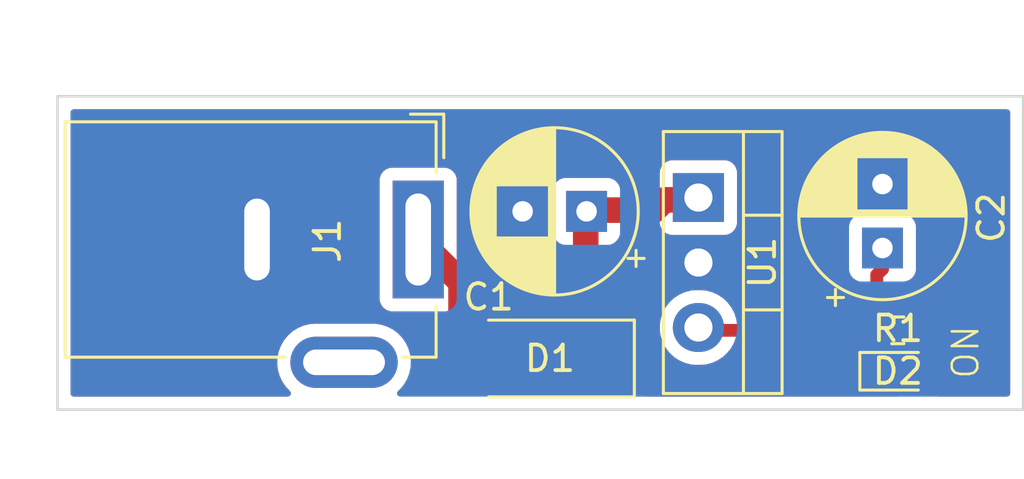
<source format=kicad_pcb>
(kicad_pcb (version 20211014) (generator pcbnew)
  (layers (0 "F.Cu" signal) (31 "B.Cu" signal) (34 "B.Paste" user) (35 "F.Paste" user) (36 "B.SilkS" user "B.Silkscreen") (37 "F.SilkS" user "F.Silkscreen") (38 "B.Mask" user) (39 "F.Mask" user) (44 "Edge.Cuts" user))
  (net 0 "")
  (net 1 "Net-(C1-Pad1)")
  (net 2 "GND")
  (net 3 "+5V")
  (net 4 "Net-(D1-Pad2)")
  (net 5 "Net-(D2-Pad2)")
  (footprint "Capacitor_THT:CP_Radial_D6.3mm_P2.50mm" (layer "F.Cu") (at 53 29.182379 90)
    (fp_text reference "C2" (at 1.182379 4.25 90) (layer "F.SilkS"))
    (fp_text value "100nF")
    (fp_line (start 1.61 1.04) (end 1.61 3.211) (layer "F.SilkS") (width 0.12))
    (fp_line (start 4.091 -1.581) (end 4.091 1.581) (layer "F.SilkS") (width 0.12))
    (fp_line (start 3.331 1.04) (end 3.331 2.484) (layer "F.SilkS") (width 0.12))
    (fp_line (start 3.411 -2.416) (end 3.411 -1.04) (layer "F.SilkS") (width 0.12))
    (fp_line (start 4.371 -0.94) (end 4.371 0.94) (layer "F.SilkS") (width 0.12))
    (fp_line (start 1.89 -3.167) (end 1.89 -1.04) (layer "F.SilkS") (width 0.12))
    (fp_line (start 4.411 -0.802) (end 4.411 0.802) (layer "F.SilkS") (width 0.12))
    (fp_line (start 4.251 -1.262) (end 4.251 1.262) (layer "F.SilkS") (width 0.12))
    (fp_line (start 2.531 1.04) (end 2.531 2.97) (layer "F.SilkS") (width 0.12))
    (fp_line (start 2.651 -2.916) (end 2.651 -1.04) (layer "F.SilkS") (width 0.12))
    (fp_line (start 2.331 -3.047) (end 2.331 -1.04) (layer "F.SilkS") (width 0.12))
    (fp_line (start 2.371 1.04) (end 2.371 3.033) (layer "F.SilkS") (width 0.12))
    (fp_line (start 2.571 -2.952) (end 2.571 -1.04) (layer "F.SilkS") (width 0.12))
    (fp_line (start 2.051 1.04) (end 2.051 3.131) (layer "F.SilkS") (width 0.12))
    (fp_line (start 2.171 -3.098) (end 2.171 -1.04) (layer "F.SilkS") (width 0.12))
    (fp_line (start -2.250241 -1.839) (end -1.620241 -1.839) (layer "F.SilkS") (width 0.12))
    (fp_line (start 2.091 1.04) (end 2.091 3.121) (layer "F.SilkS") (width 0.12))
    (fp_line (start 3.291 -2.516) (end 3.291 -1.04) (layer "F.SilkS") (width 0.12))
    (fp_line (start 1.93 1.04) (end 1.93 3.159) (layer "F.SilkS") (width 0.12))
    (fp_line (start 3.691 -2.137) (end 3.691 2.137) (layer "F.SilkS") (width 0.12))
    (fp_line (start 2.771 -2.856) (end 2.771 -1.04) (layer "F.SilkS") (width 0.12))
    (fp_line (start 3.491 -2.343) (end 3.491 -1.04) (layer "F.SilkS") (width 0.12))
    (fp_line (start 3.971 -1.776) (end 3.971 1.776) (layer "F.SilkS") (width 0.12))
    (fp_line (start 1.65 -3.206) (end 1.65 -1.04) (layer "F.SilkS") (width 0.12))
    (fp_line (start 1.971 1.04) (end 1.971 3.15) (layer "F.SilkS") (width 0.12))
    (fp_line (start 2.291 1.04) (end 2.291 3.061) (layer "F.SilkS") (width 0.12))
    (fp_line (start 4.451 -0.633) (end 4.451 0.633) (layer "F.SilkS") (width 0.12))
    (fp_line (start 1.69 -3.201) (end 1.69 -1.04) (layer "F.SilkS") (width 0.12))
    (fp_line (start 2.331 1.04) (end 2.331 3.047) (layer "F.SilkS") (width 0.12))
    (fp_line (start 1.37 -3.228) (end 1.37 3.228) (layer "F.SilkS") (width 0.12))
    (fp_line (start 4.491 -0.402) (end 4.491 0.402) (layer "F.SilkS") (width 0.12))
    (fp_line (start 1.69 1.04) (end 1.69 3.201) (layer "F.SilkS") (width 0.12))
    (fp_line (start 1.85 1.04) (end 1.85 3.175) (layer "F.SilkS") (width 0.12))
    (fp_line (start 2.531 -2.97) (end 2.531 -1.04) (layer "F.SilkS") (width 0.12))
    (fp_line (start 2.691 1.04) (end 2.691 2.896) (layer "F.SilkS") (width 0.12))
    (fp_line (start 3.051 1.04) (end 3.051 2.69) (layer "F.SilkS") (width 0.12))
    (fp_line (start 2.891 -2.79) (end 2.891 -1.04) (layer "F.SilkS") (width 0.12))
    (fp_line (start 2.891 1.04) (end 2.891 2.79) (layer "F.SilkS") (width 0.12))
    (fp_line (start 2.451 -3.002) (end 2.451 -1.04) (layer "F.SilkS") (width 0.12))
    (fp_line (start 1.77 1.04) (end 1.77 3.189) (layer "F.SilkS") (width 0.12))
    (fp_line (start 1.53 -3.218) (end 1.53 -1.04) (layer "F.SilkS") (width 0.12))
    (fp_line (start 1.49 -3.222) (end 1.49 -1.04) (layer "F.SilkS") (width 0.12))
    (fp_line (start 3.291 1.04) (end 3.291 2.516) (layer "F.SilkS") (width 0.12))
    (fp_line (start 2.611 -2.934) (end 2.611 -1.04) (layer "F.SilkS") (width 0.12))
    (fp_line (start 2.291 -3.061) (end 2.291 -1.04) (layer "F.SilkS") (width 0.12))
    (fp_line (start 3.651 -2.182) (end 3.651 2.182) (layer "F.SilkS") (width 0.12))
    (fp_line (start 2.651 1.04) (end 2.651 2.916) (layer "F.SilkS") (width 0.12))
    (fp_line (start 1.93 -3.159) (end 1.93 -1.04) (layer "F.SilkS") (width 0.12))
    (fp_line (start 1.77 -3.189) (end 1.77 -1.04) (layer "F.SilkS") (width 0.12))
    (fp_line (start 1.41 -3.227) (end 1.41 3.227) (layer "F.SilkS") (width 0.12))
    (fp_line (start 3.051 -2.69) (end 3.051 -1.04) (layer "F.SilkS") (width 0.12))
    (fp_line (start 2.211 1.04) (end 2.211 3.086) (layer "F.SilkS") (width 0.12))
    (fp_line (start -1.935241 -2.154) (end -1.935241 -1.524) (layer "F.SilkS") (width 0.12))
    (fp_line (start 4.171 -1.432) (end 4.171 1.432) (layer "F.SilkS") (width 0.12))
    (fp_line (start 3.011 1.04) (end 3.011 2.716) (layer "F.SilkS") (width 0.12))
    (fp_line (start 2.411 -3.018) (end 2.411 -1.04) (layer "F.SilkS") (width 0.12))
    (fp_line (start 2.051 -3.131) (end 2.051 -1.04) (layer "F.SilkS") (width 0.12))
    (fp_line (start 3.931 -1.834) (end 3.931 1.834) (layer "F.SilkS") (width 0.12))
    (fp_line (start 1.85 -3.175) (end 1.85 -1.04) (layer "F.SilkS") (width 0.12))
    (fp_line (start 3.531 -2.305) (end 3.531 -1.04) (layer "F.SilkS") (width 0.12))
    (fp_line (start 3.091 -2.664) (end 3.091 -1.04) (layer "F.SilkS") (width 0.12))
    (fp_line (start 2.011 1.04) (end 2.011 3.141) (layer "F.SilkS") (width 0.12))
    (fp_line (start 3.371 1.04) (end 3.371 2.45) (layer "F.SilkS") (width 0.12))
    (fp_line (start 1.33 -3.23) (end 1.33 3.23) (layer "F.SilkS") (width 0.12))
    (fp_line (start 2.091 -3.121) (end 2.091 -1.04) (layer "F.SilkS") (width 0.12))
    (fp_line (start 2.971 -2.742) (end 2.971 -1.04) (layer "F.SilkS") (width 0.12))
    (fp_line (start 1.81 1.04) (end 1.81 3.182) (layer "F.SilkS") (width 0.12))
    (fp_line (start 3.731 -2.092) (end 3.731 2.092) (layer "F.SilkS") (width 0.12))
    (fp_line (start 3.411 1.04) (end 3.411 2.416) (layer "F.SilkS") (width 0.12))
    (fp_line (start 4.131 -1.509) (end 4.131 1.509) (layer "F.SilkS") (width 0.12))
    (fp_line (start 2.131 1.04) (end 2.131 3.11) (layer "F.SilkS") (width 0.12))
    (fp_line (start 2.811 1.04) (end 2.811 2.834) (layer "F.SilkS") (width 0.12))
    (fp_line (start 2.931 -2.766) (end 2.931 -1.04) (layer "F.SilkS") (width 0.12))
    (fp_line (start 2.971 1.04) (end 2.971 2.742) (layer "F.SilkS") (width 0.12))
    (fp_line (start 2.811 -2.834) (end 2.811 -1.04) (layer "F.SilkS") (width 0.12))
    (fp_line (start 2.451 1.04) (end 2.451 3.002) (layer "F.SilkS") (width 0.12))
    (fp_line (start 1.61 -3.211) (end 1.61 -1.04) (layer "F.SilkS") (width 0.12))
    (fp_line (start 2.251 -3.074) (end 2.251 -1.04) (layer "F.SilkS") (width 0.12))
    (fp_line (start 4.211 -1.35) (end 4.211 1.35) (layer "F.SilkS") (width 0.12))
    (fp_line (start 2.491 -2.986) (end 2.491 -1.04) (layer "F.SilkS") (width 0.12))
    (fp_line (start 3.851 -1.944) (end 3.851 1.944) (layer "F.SilkS") (width 0.12))
    (fp_line (start 2.731 1.04) (end 2.731 2.876) (layer "F.SilkS") (width 0.12))
    (fp_line (start 2.251 1.04) (end 2.251 3.074) (layer "F.SilkS") (width 0.12))
    (fp_line (start 2.691 -2.896) (end 2.691 -1.04) (layer "F.SilkS") (width 0.12))
    (fp_line (start 3.131 -2.636) (end 3.131 -1.04) (layer "F.SilkS") (width 0.12))
    (fp_line (start 2.771 1.04) (end 2.771 2.856) (layer "F.SilkS") (width 0.12))
    (fp_line (start 2.011 -3.141) (end 2.011 -1.04) (layer "F.SilkS") (width 0.12))
    (fp_line (start 1.971 -3.15) (end 1.971 -1.04) (layer "F.SilkS") (width 0.12))
    (fp_line (start 3.251 1.04) (end 3.251 2.548) (layer "F.SilkS") (width 0.12))
    (fp_line (start 3.531 1.04) (end 3.531 2.305) (layer "F.SilkS") (width 0.12))
    (fp_line (start 3.371 -2.45) (end 3.371 -1.04) (layer "F.SilkS") (width 0.12))
    (fp_line (start 1.65 1.04) (end 1.65 3.206) (layer "F.SilkS") (width 0.12))
    (fp_line (start 2.411 1.04) (end 2.411 3.018) (layer "F.SilkS") (width 0.12))
    (fp_line (start 2.731 -2.876) (end 2.731 -1.04) (layer "F.SilkS") (width 0.12))
    (fp_line (start 4.011 -1.714) (end 4.011 1.714) (layer "F.SilkS") (width 0.12))
    (fp_line (start 2.211 -3.086) (end 2.211 -1.04) (layer "F.SilkS") (width 0.12))
    (fp_line (start 2.131 -3.11) (end 2.131 -1.04) (layer "F.SilkS") (width 0.12))
    (fp_line (start 3.771 -2.044) (end 3.771 2.044) (layer "F.SilkS") (width 0.12))
    (fp_line (start 1.25 -3.23) (end 1.25 3.23) (layer "F.SilkS") (width 0.12))
    (fp_line (start 4.331 -1.059) (end 4.331 1.059) (layer "F.SilkS") (width 0.12))
    (fp_line (start 4.051 -1.65) (end 4.051 1.65) (layer "F.SilkS") (width 0.12))
    (fp_line (start 3.011 -2.716) (end 3.011 -1.04) (layer "F.SilkS") (width 0.12))
    (fp_line (start 3.811 -1.995) (end 3.811 1.995) (layer "F.SilkS") (width 0.12))
    (fp_line (start 1.53 1.04) (end 1.53 3.218) (layer "F.SilkS") (width 0.12))
    (fp_line (start 3.331 -2.484) (end 3.331 -1.04) (layer "F.SilkS") (width 0.12))
    (fp_line (start 3.451 -2.38) (end 3.451 -1.04) (layer "F.SilkS") (width 0.12))
    (fp_line (start 1.73 -3.195) (end 1.73 -1.04) (layer "F.SilkS") (width 0.12))
    (fp_line (start 2.851 1.04) (end 2.851 2.812) (layer "F.SilkS") (width 0.12))
    (fp_line (start 3.611 -2.224) (end 3.611 2.224) (layer "F.SilkS") (width 0.12))
    (fp_line (start 3.171 -2.607) (end 3.171 -1.04) (layer "F.SilkS") (width 0.12))
    (fp_line (start 2.611 1.04) (end 2.611 2.934) (layer "F.SilkS") (width 0.12))
    (fp_line (start 3.131 1.04) (end 3.131 2.636) (layer "F.SilkS") (width 0.12))
    (fp_line (start 1.81 -3.182) (end 1.81 -1.04) (layer "F.SilkS") (width 0.12))
    (fp_line (start 3.571 -2.265) (end 3.571 2.265) (layer "F.SilkS") (width 0.12))
    (fp_line (start 1.49 1.04) (end 1.49 3.222) (layer "F.SilkS") (width 0.12))
    (fp_line (start 3.491 1.04) (end 3.491 2.343) (layer "F.SilkS") (width 0.12))
    (fp_line (start 2.571 1.04) (end 2.571 2.952) (layer "F.SilkS") (width 0.12))
    (fp_line (start 3.211 1.04) (end 3.211 2.578) (layer "F.SilkS") (width 0.12))
    (fp_line (start 1.73 1.04) (end 1.73 3.195) (layer "F.SilkS") (width 0.12))
    (fp_line (start 1.45 -3.224) (end 1.45 3.224) (layer "F.SilkS") (width 0.12))
    (fp_line (start 4.291 -1.165) (end 4.291 1.165) (layer "F.SilkS") (width 0.12))
    (fp_line (start 3.451 1.04) (end 3.451 2.38) (layer "F.SilkS") (width 0.12))
    (fp_line (start 1.29 -3.23) (end 1.29 3.23) (layer "F.SilkS") (width 0.12))
    (fp_line (start 1.57 1.04) (end 1.57 3.215) (layer "F.SilkS") (width 0.12))
    (fp_line (start 1.89 1.04) (end 1.89 3.167) (layer "F.SilkS") (width 0.12))
    (fp_line (start 2.491 1.04) (end 2.491 2.986) (layer "F.SilkS") (width 0.12))
    (fp_line (start 2.851 -2.812) (end 2.851 -1.04) (layer "F.SilkS") (width 0.12))
    (fp_line (start 2.931 1.04) (end 2.931 2.766) (layer "F.SilkS") (width 0.12))
    (fp_line (start 1.57 -3.215) (end 1.57 -1.04) (layer "F.SilkS") (width 0.12))
    (fp_line (start 2.171 1.04) (end 2.171 3.098) (layer "F.SilkS") (width 0.12))
    (fp_line (start 3.091 1.04) (end 3.091 2.664) (layer "F.SilkS") (width 0.12))
    (fp_line (start 3.891 -1.89) (end 3.891 1.89) (layer "F.SilkS") (width 0.12))
    (fp_line (start 2.371 -3.033) (end 2.371 -1.04) (layer "F.SilkS") (width 0.12))
    (fp_line (start 3.211 -2.578) (end 3.211 -1.04) (layer "F.SilkS") (width 0.12))
    (fp_line (start 3.171 1.04) (end 3.171 2.607) (layer "F.SilkS") (width 0.12))
    (fp_line (start 3.251 -2.548) (end 3.251 -1.04) (layer "F.SilkS") (width 0.12))
    (fp_circle (center 1.25 0) (end 4.52 0) (layer "F.SilkS") (width 0.12) (fill none))
    (pad "1" thru_hole rect (at 0 0 90) (size 1.6 1.6) (drill 0.8) (layers *.Cu *.Mask) (net 3 "+5V"))
    (pad "2" thru_hole circle (at 2.5 0 90) (size 1.6 1.6) (drill 0.8) (layers *.Cu *.Mask) (net 2 "GND"))
  )
  (footprint "Package_TO_SOT_THT:TO-220-3_Vertical" (layer "F.Cu") (at 45.805 27.21 -90)
    (fp_text reference "U1" (at 2.54 -2.5 90) (layer "F.SilkS"))
    (fp_text value "LM7805_TO220")
    (fp_line (start -2.58 1.371) (end 7.66 1.371) (layer "F.SilkS") (width 0.12))
    (fp_line (start 4.391 -3.27) (end 4.391 -1.76) (layer "F.SilkS") (width 0.12))
    (fp_line (start 7.66 -3.27) (end 7.66 1.371) (layer "F.SilkS") (width 0.12))
    (fp_line (start -2.58 -3.27) (end 7.66 -3.27) (layer "F.SilkS") (width 0.12))
    (fp_line (start -2.58 -1.76) (end 7.66 -1.76) (layer "F.SilkS") (width 0.12))
    (fp_line (start 0.69 -3.27) (end 0.69 -1.76) (layer "F.SilkS") (width 0.12))
    (fp_line (start -2.58 -3.27) (end -2.58 1.371) (layer "F.SilkS") (width 0.12))
    (pad "1" thru_hole rect (at 0 0 270) (size 1.905 2) (drill 1.1) (layers *.Cu *.Mask) (net 1 "Net-(C1-Pad1)"))
    (pad "2" thru_hole oval (at 2.54 0 270) (size 1.905 2) (drill 1.1) (layers *.Cu *.Mask) (net 2 "GND"))
    (pad "3" thru_hole oval (at 5.08 0 270) (size 1.905 2) (drill 1.1) (layers *.Cu *.Mask) (net 3 "+5V"))
  )
  (footprint "Resistor_SMD:R_0603_1608Metric" (layer "F.Cu") (at 53.6 32.4)
    (fp_text reference "R1" (at 0 -0.07) (layer "F.SilkS"))
    (fp_text value "R")
    (fp_line (start -0.237258 0.5225) (end 0.237258 0.5225) (layer "F.SilkS") (width 0.12))
    (fp_line (start -0.237258 -0.5225) (end 0.237258 -0.5225) (layer "F.SilkS") (width 0.12))
    (pad "1" smd roundrect (at -0.825 0) (size 0.8 0.95) (layers "F.Cu" "F.Paste" "F.Mask") (net 3 "+5V"))
    (pad "2" smd roundrect (at 0.825 0) (size 0.8 0.95) (layers "F.Cu" "F.Paste" "F.Mask") (net 5 "Net-(D2-Pad2)"))
  )
  (footprint "Diode_SMD:D_MELF" (layer "F.Cu") (at 40 33.5 180)
    (fp_text reference "D1" (at 0 0) (layer "F.SilkS"))
    (fp_text value "SM4001")
    (fp_line (start -3.3 -1.5) (end -3.3 1.5) (layer "F.SilkS") (width 0.12))
    (fp_line (start 2.4 -1.5) (end -3.3 -1.5) (layer "F.SilkS") (width 0.12))
    (fp_line (start -3.3 1.5) (end 2.4 1.5) (layer "F.SilkS") (width 0.12))
    (pad "1" smd rect (at -2.4 0 180) (size 1.5 2.7) (layers "F.Cu" "F.Paste" "F.Mask") (net 1 "Net-(C1-Pad1)"))
    (pad "2" smd rect (at 2.4 0 180) (size 1.5 2.7) (layers "F.Cu" "F.Paste" "F.Mask") (net 4 "Net-(D1-Pad2)"))
  )
  (footprint "LED_SMD:LED_0603_1608Metric" (layer "F.Cu") (at 53.6 34)
    (fp_text reference "D2" (at 0 0) (layer "F.SilkS"))
    (fp_text value "LED")
    (fp_line (start 0.8 -0.735) (end -1.485 -0.735) (layer "F.SilkS") (width 0.12))
    (fp_line (start -1.485 -0.735) (end -1.485 0.735) (layer "F.SilkS") (width 0.12))
    (fp_line (start -1.485 0.735) (end 0.8 0.735) (layer "F.SilkS") (width 0.12))
    (pad "1" smd roundrect (at -0.7875 0) (size 0.875 0.95) (layers "F.Cu" "F.Paste" "F.Mask") (net 2 "GND"))
    (pad "2" smd roundrect (at 0.7875 0) (size 0.875 0.95) (layers "F.Cu" "F.Paste" "F.Mask") (net 5 "Net-(D2-Pad2)"))
  )
  (footprint "Capacitor_THT:CP_Radial_D6.3mm_P2.50mm" (layer "F.Cu") (at 41.432379 27.75 180)
    (fp_text reference "C1" (at 3.832379 -3.35) (layer "F.SilkS"))
    (fp_text value "100nF")
    (fp_line (start 2.611 1.04) (end 2.611 2.934) (layer "F.SilkS") (width 0.12))
    (fp_line (start 2.771 1.04) (end 2.771 2.856) (layer "F.SilkS") (width 0.12))
    (fp_line (start 4.371 -0.94) (end 4.371 0.94) (layer "F.SilkS") (width 0.12))
    (fp_line (start 3.611 -2.224) (end 3.611 2.224) (layer "F.SilkS") (width 0.12))
    (fp_line (start 3.931 -1.834) (end 3.931 1.834) (layer "F.SilkS") (width 0.12))
    (fp_line (start 1.85 -3.175) (end 1.85 -1.04) (layer "F.SilkS") (width 0.12))
    (fp_line (start 2.651 -2.916) (end 2.651 -1.04) (layer "F.SilkS") (width 0.12))
    (fp_line (start 2.451 1.04) (end 2.451 3.002) (layer "F.SilkS") (width 0.12))
    (fp_line (start 2.331 -3.047) (end 2.331 -1.04) (layer "F.SilkS") (width 0.12))
    (fp_line (start 2.531 1.04) (end 2.531 2.97) (layer "F.SilkS") (width 0.12))
    (fp_line (start 3.211 1.04) (end 3.211 2.578) (layer "F.SilkS") (width 0.12))
    (fp_line (start 2.011 -3.141) (end 2.011 -1.04) (layer "F.SilkS") (width 0.12))
    (fp_line (start 1.971 -3.15) (end 1.971 -1.04) (layer "F.SilkS") (width 0.12))
    (fp_line (start 3.851 -1.944) (end 3.851 1.944) (layer "F.SilkS") (width 0.12))
    (fp_line (start 3.491 -2.343) (end 3.491 -1.04) (layer "F.SilkS") (width 0.12))
    (fp_line (start 1.89 1.04) (end 1.89 3.167) (layer "F.SilkS") (width 0.12))
    (fp_line (start 2.331 1.04) (end 2.331 3.047) (layer "F.SilkS") (width 0.12))
    (fp_line (start 1.73 -3.195) (end 1.73 -1.04) (layer "F.SilkS") (width 0.12))
    (fp_line (start 4.011 -1.714) (end 4.011 1.714) (layer "F.SilkS") (width 0.12))
    (fp_line (start 3.731 -2.092) (end 3.731 2.092) (layer "F.SilkS") (width 0.12))
    (fp_line (start 1.49 1.04) (end 1.49 3.222) (layer "F.SilkS") (width 0.12))
    (fp_line (start 2.851 1.04) (end 2.851 2.812) (layer "F.SilkS") (width 0.12))
    (fp_line (start 3.131 -2.636) (end 3.131 -1.04) (layer "F.SilkS") (width 0.12))
    (fp_line (start 2.931 1.04) (end 2.931 2.766) (layer "F.SilkS") (width 0.12))
    (fp_line (start 2.611 -2.934) (end 2.611 -1.04) (layer "F.SilkS") (width 0.12))
    (fp_line (start 2.291 -3.061) (end 2.291 -1.04) (layer "F.SilkS") (width 0.12))
    (fp_line (start 2.891 -2.79) (end 2.891 -1.04) (layer "F.SilkS") (width 0.12))
    (fp_line (start 3.491 1.04) (end 3.491 2.343) (layer "F.SilkS") (width 0.12))
    (fp_line (start 2.731 -2.876) (end 2.731 -1.04) (layer "F.SilkS") (width 0.12))
    (fp_line (start 1.53 -3.218) (end 1.53 -1.04) (layer "F.SilkS") (width 0.12))
    (fp_line (start 1.81 1.04) (end 1.81 3.182) (layer "F.SilkS") (width 0.12))
    (fp_line (start 3.171 1.04) (end 3.171 2.607) (layer "F.SilkS") (width 0.12))
    (fp_line (start 2.251 -3.074) (end 2.251 -1.04) (layer "F.SilkS") (width 0.12))
    (fp_line (start 3.211 -2.578) (end 3.211 -1.04) (layer "F.SilkS") (width 0.12))
    (fp_line (start 3.331 1.04) (end 3.331 2.484) (layer "F.SilkS") (width 0.12))
    (fp_line (start 2.691 -2.896) (end 2.691 -1.04) (layer "F.SilkS") (width 0.12))
    (fp_line (start 4.131 -1.509) (end 4.131 1.509) (layer "F.SilkS") (width 0.12))
    (fp_line (start 2.131 -3.11) (end 2.131 -1.04) (layer "F.SilkS") (width 0.12))
    (fp_line (start 2.931 -2.766) (end 2.931 -1.04) (layer "F.SilkS") (width 0.12))
    (fp_line (start 2.211 -3.086) (end 2.211 -1.04) (layer "F.SilkS") (width 0.12))
    (fp_line (start 3.051 1.04) (end 3.051 2.69) (layer "F.SilkS") (width 0.12))
    (fp_line (start 2.811 1.04) (end 2.811 2.834) (layer "F.SilkS") (width 0.12))
    (fp_line (start 1.41 -3.227) (end 1.41 3.227) (layer "F.SilkS") (width 0.12))
    (fp_line (start 1.65 1.04) (end 1.65 3.206) (layer "F.SilkS") (width 0.12))
    (fp_line (start 2.811 -2.834) (end 2.811 -1.04) (layer "F.SilkS") (width 0.12))
    (fp_line (start 1.77 -3.189) (end 1.77 -1.04) (layer "F.SilkS") (width 0.12))
    (fp_line (start 3.291 1.04) (end 3.291 2.516) (layer "F.SilkS") (width 0.12))
    (fp_line (start 3.371 -2.45) (end 3.371 -1.04) (layer "F.SilkS") (width 0.12))
    (fp_line (start 2.491 1.04) (end 2.491 2.986) (layer "F.SilkS") (width 0.12))
    (fp_line (start 3.771 -2.044) (end 3.771 2.044) (layer "F.SilkS") (width 0.12))
    (fp_line (start 2.411 1.04) (end 2.411 3.018) (layer "F.SilkS") (width 0.12))
    (fp_line (start 4.051 -1.65) (end 4.051 1.65) (layer "F.SilkS") (width 0.12))
    (fp_line (start 2.411 -3.018) (end 2.411 -1.04) (layer "F.SilkS") (width 0.12))
    (fp_line (start 1.93 -3.159) (end 1.93 -1.04) (layer "F.SilkS") (width 0.12))
    (fp_line (start 1.25 -3.23) (end 1.25 3.23) (layer "F.SilkS") (width 0.12))
    (fp_line (start 1.77 1.04) (end 1.77 3.189) (layer "F.SilkS") (width 0.12))
    (fp_line (start 1.65 -3.206) (end 1.65 -1.04) (layer "F.SilkS") (width 0.12))
    (fp_line (start 3.291 -2.516) (end 3.291 -1.04) (layer "F.SilkS") (width 0.12))
    (fp_line (start 2.531 -2.97) (end 2.531 -1.04) (layer "F.SilkS") (width 0.12))
    (fp_line (start 2.571 1.04) (end 2.571 2.952) (layer "F.SilkS") (width 0.12))
    (fp_line (start 2.011 1.04) (end 2.011 3.141) (layer "F.SilkS") (width 0.12))
    (fp_line (start 2.651 1.04) (end 2.651 2.916) (layer "F.SilkS") (width 0.12))
    (fp_line (start 1.53 1.04) (end 1.53 3.218) (layer "F.SilkS") (width 0.12))
    (fp_line (start 2.971 -2.742) (end 2.971 -1.04) (layer "F.SilkS") (width 0.12))
    (fp_line (start 2.971 1.04) (end 2.971 2.742) (layer "F.SilkS") (width 0.12))
    (fp_line (start 2.371 -3.033) (end 2.371 -1.04) (layer "F.SilkS") (width 0.12))
    (fp_line (start 3.651 -2.182) (end 3.651 2.182) (layer "F.SilkS") (width 0.12))
    (fp_line (start 3.011 -2.716) (end 3.011 -1.04) (layer "F.SilkS") (width 0.12))
    (fp_line (start 4.091 -1.581) (end 4.091 1.581) (layer "F.SilkS") (width 0.12))
    (fp_line (start 1.971 1.04) (end 1.971 3.15) (layer "F.SilkS") (width 0.12))
    (fp_line (start -2.250241 -1.839) (end -1.620241 -1.839) (layer "F.SilkS") (width 0.12))
    (fp_line (start 1.57 -3.215) (end 1.57 -1.04) (layer "F.SilkS") (width 0.12))
    (fp_line (start 1.69 -3.201) (end 1.69 -1.04) (layer "F.SilkS") (width 0.12))
    (fp_line (start 1.57 1.04) (end 1.57 3.215) (layer "F.SilkS") (width 0.12))
    (fp_line (start 3.131 1.04) (end 3.131 2.636) (layer "F.SilkS") (width 0.12))
    (fp_line (start 2.771 -2.856) (end 2.771 -1.04) (layer "F.SilkS") (width 0.12))
    (fp_line (start 1.89 -3.167) (end 1.89 -1.04) (layer "F.SilkS") (width 0.12))
    (fp_line (start 2.171 1.04) (end 2.171 3.098) (layer "F.SilkS") (width 0.12))
    (fp_line (start 2.451 -3.002) (end 2.451 -1.04) (layer "F.SilkS") (width 0.12))
    (fp_line (start 4.251 -1.262) (end 4.251 1.262) (layer "F.SilkS") (width 0.12))
    (fp_line (start 2.251 1.04) (end 2.251 3.074) (layer "F.SilkS") (width 0.12))
    (fp_line (start 3.251 -2.548) (end 3.251 -1.04) (layer "F.SilkS") (width 0.12))
    (fp_line (start 3.411 -2.416) (end 3.411 -1.04) (layer "F.SilkS") (width 0.12))
    (fp_line (start 1.69 1.04) (end 1.69 3.201) (layer "F.SilkS") (width 0.12))
    (fp_line (start 3.891 -1.89) (end 3.891 1.89) (layer "F.SilkS") (width 0.12))
    (fp_line (start 3.411 1.04) (end 3.411 2.416) (layer "F.SilkS") (width 0.12))
    (fp_line (start 2.211 1.04) (end 2.211 3.086) (layer "F.SilkS") (width 0.12))
    (fp_line (start 1.85 1.04) (end 1.85 3.175) (layer "F.SilkS") (width 0.12))
    (fp_line (start 3.091 -2.664) (end 3.091 -1.04) (layer "F.SilkS") (width 0.12))
    (fp_line (start 2.051 1.04) (end 2.051 3.131) (layer "F.SilkS") (width 0.12))
    (fp_line (start 3.971 -1.776) (end 3.971 1.776) (layer "F.SilkS") (width 0.12))
    (fp_line (start 2.491 -2.986) (end 2.491 -1.04) (layer "F.SilkS") (width 0.12))
    (fp_line (start 3.251 1.04) (end 3.251 2.548) (layer "F.SilkS") (width 0.12))
    (fp_line (start 1.73 1.04) (end 1.73 3.195) (layer "F.SilkS") (width 0.12))
    (fp_line (start 3.811 -1.995) (end 3.811 1.995) (layer "F.SilkS") (width 0.12))
    (fp_line (start 2.571 -2.952) (end 2.571 -1.04) (layer "F.SilkS") (width 0.12))
    (fp_line (start 2.891 1.04) (end 2.891 2.79) (layer "F.SilkS") (width 0.12))
    (fp_line (start 2.691 1.04) (end 2.691 2.896) (layer "F.SilkS") (width 0.12))
    (fp_line (start 1.33 -3.23) (end 1.33 3.23) (layer "F.SilkS") (width 0.12))
    (fp_line (start 3.451 1.04) (end 3.451 2.38) (layer "F.SilkS") (width 0.12))
    (fp_line (start 4.331 -1.059) (end 4.331 1.059) (layer "F.SilkS") (width 0.12))
    (fp_line (start 1.61 1.04) (end 1.61 3.211) (layer "F.SilkS") (width 0.12))
    (fp_line (start 3.371 1.04) (end 3.371 2.45) (layer "F.SilkS") (width 0.12))
    (fp_line (start 2.291 1.04) (end 2.291 3.061) (layer "F.SilkS") (width 0.12))
    (fp_line (start 4.171 -1.432) (end 4.171 1.432) (layer "F.SilkS") (width 0.12))
    (fp_line (start 4.211 -1.35) (end 4.211 1.35) (layer "F.SilkS") (width 0.12))
    (fp_line (start 2.051 -3.131) (end 2.051 -1.04) (layer "F.SilkS") (width 0.12))
    (fp_line (start 3.531 -2.305) (end 3.531 -1.04) (layer "F.SilkS") (width 0.12))
    (fp_line (start 1.29 -3.23) (end 1.29 3.23) (layer "F.SilkS") (width 0.12))
    (fp_line (start 4.411 -0.802) (end 4.411 0.802) (layer "F.SilkS") (width 0.12))
    (fp_line (start 3.691 -2.137) (end 3.691 2.137) (layer "F.SilkS") (width 0.12))
    (fp_line (start 1.81 -3.182) (end 1.81 -1.04) (layer "F.SilkS") (width 0.12))
    (fp_line (start 3.171 -2.607) (end 3.171 -1.04) (layer "F.SilkS") (width 0.12))
    (fp_line (start 1.37 -3.228) (end 1.37 3.228) (layer "F.SilkS") (width 0.12))
    (fp_line (start 2.731 1.04) (end 2.731 2.876) (layer "F.SilkS") (width 0.12))
    (fp_line (start 4.291 -1.165) (end 4.291 1.165) (layer "F.SilkS") (width 0.12))
    (fp_line (start 2.171 -3.098) (end 2.171 -1.04) (layer "F.SilkS") (width 0.12))
    (fp_line (start 3.331 -2.484) (end 3.331 -1.04) (layer "F.SilkS") (width 0.12))
    (fp_line (start 1.93 1.04) (end 1.93 3.159) (layer "F.SilkS") (width 0.12))
    (fp_line (start 3.091 1.04) (end 3.091 2.664) (layer "F.SilkS") (width 0.12))
    (fp_line (start 2.091 1.04) (end 2.091 3.121) (layer "F.SilkS") (width 0.12))
    (fp_line (start 2.131 1.04) (end 2.131 3.11) (layer "F.SilkS") (width 0.12))
    (fp_line (start 3.531 1.04) (end 3.531 2.305) (layer "F.SilkS") (width 0.12))
    (fp_line (start 2.091 -3.121) (end 2.091 -1.04) (layer "F.SilkS") (width 0.12))
    (fp_line (start 3.011 1.04) (end 3.011 2.716) (layer "F.SilkS") (width 0.12))
    (fp_line (start 2.851 -2.812) (end 2.851 -1.04) (layer "F.SilkS") (width 0.12))
    (fp_line (start 1.49 -3.222) (end 1.49 -1.04) (layer "F.SilkS") (width 0.12))
    (fp_line (start 3.571 -2.265) (end 3.571 2.265) (layer "F.SilkS") (width 0.12))
    (fp_line (start 3.051 -2.69) (end 3.051 -1.04) (layer "F.SilkS") (width 0.12))
    (fp_line (start 3.451 -2.38) (end 3.451 -1.04) (layer "F.SilkS") (width 0.12))
    (fp_line (start 4.491 -0.402) (end 4.491 0.402) (layer "F.SilkS") (width 0.12))
    (fp_line (start 4.451 -0.633) (end 4.451 0.633) (layer "F.SilkS") (width 0.12))
    (fp_line (start 1.45 -3.224) (end 1.45 3.224) (layer "F.SilkS") (width 0.12))
    (fp_line (start -1.935241 -2.154) (end -1.935241 -1.524) (layer "F.SilkS") (width 0.12))
    (fp_line (start 1.61 -3.211) (end 1.61 -1.04) (layer "F.SilkS") (width 0.12))
    (fp_line (start 2.371 1.04) (end 2.371 3.033) (layer "F.SilkS") (width 0.12))
    (fp_circle (center 1.25 0) (end 4.52 0) (layer "F.SilkS") (width 0.12) (fill none))
    (pad "1" thru_hole rect (at 0 0 180) (size 1.6 1.6) (drill 0.8) (layers *.Cu *.Mask) (net 1 "Net-(C1-Pad1)"))
    (pad "2" thru_hole circle (at 2.5 0 180) (size 1.6 1.6) (drill 0.8) (layers *.Cu *.Mask) (net 2 "GND"))
  )
  (footprint "Connector_BarrelJack:BarrelJack_GCT_DCJ200-10-A_Horizontal" (layer "F.Cu") (at 34.85 28.85 -90)
    (fp_text reference "J1" (at 0.05 3.55 90) (layer "F.SilkS"))
    (fp_text value "Barrel_Jack_MountingPin")
    (fp_line (start 2.6 -0.7) (end 4.6 -0.7) (layer "F.SilkS") (width 0.12))
    (fp_line (start -4.6 13.8) (end -4.6 -0.7) (layer "F.SilkS") (width 0.12))
    (fp_line (start -4.9 -1) (end -4.9 0.3) (layer "F.SilkS") (width 0.12))
    (fp_line (start -3.2 -1) (end -4.9 -1) (layer "F.SilkS") (width 0.12))
    (fp_line (start 4.6 -0.7) (end 4.6 0.6) (layer "F.SilkS") (width 0.12))
    (fp_line (start -4.6 -0.7) (end -2.6 -0.7) (layer "F.SilkS") (width 0.12))
    (fp_line (start 4.6 13.8) (end -4.6 13.8) (layer "F.SilkS") (width 0.12))
    (fp_line (start 4.6 5.2) (end 4.6 13.8) (layer "F.SilkS") (width 0.12))
    (pad "1" thru_hole rect (at 0 0 270) (size 4.6 2) (drill oval 3.6 1) (layers *.Cu *.Mask) (net 4 "Net-(D1-Pad2)"))
    (pad "2" thru_hole oval (at 0 6.3 270) (size 4.2 2) (drill oval 3.2 1) (layers *.Cu *.Mask) (net 2 "GND"))
    (pad "3" thru_hole oval (at 4.8 2.9 270) (size 2 4.2) (drill oval 1 3.2) (layers *.Cu *.Mask))
  )
  (gr_rect (start 58.5 23.25) (end 20.75 35.5) (layer "Edge.Cuts") (width 0.1) (fill none))
  (gr_text "ON" (at 56.25 33.25 90) (layer "F.SilkS") (effects (font (size 1 1) (thickness 0.1))))
  (segment (start 41.4 30.825) (end 41.4 27.7) (width 1) (layer "F.Cu") (net 1))
  (segment (start 45.8 27.3) (end 44.4749 27.3) (width 1) (layer "F.Cu") (net 1))
  (segment (start 44.0749 27.7) (end 41.4 27.7) (width 1) (layer "F.Cu") (net 1))
  (segment (start 42.4 33.5) (end 42.4 31.825) (width 1) (layer "F.Cu") (net 1))
  (segment (start 44.4749 27.3) (end 44.0749 27.7) (width 1) (layer "F.Cu") (net 1))
  (segment (start 42.4 31.825) (end 41.4 30.825) (width 1) (layer "F.Cu") (net 1))
  (segment (start 52.775 30.232) (end 53 30.008) (width 0.5) (layer "F.Cu") (net 3))
  (segment (start 46.2521 32.4) (end 52.775 32.4) (width 0.5) (layer "F.Cu") (net 3))
  (segment (start 53 28.8824) (end 53 28.882) (width 0.5) (layer "F.Cu") (net 3))
  (segment (start 53 30.008) (end 53 28.8824) (width 0.5) (layer "F.Cu") (net 3))
  (segment (start 52.775 32.4) (end 52.775 30.232) (width 0.5) (layer "F.Cu") (net 3))
  (segment (start 45.8 32.852) (end 46.2521 32.4) (width 0.5) (layer "F.Cu") (net 3))
  (segment (start 45.8 32.38) (end 45.8 32.852) (width 0.5) (layer "F.Cu") (net 3))
  (segment (start 36.5249 33.5) (end 36.5249 30.5249) (width 1) (layer "F.Cu") (net 4))
  (segment (start 36.5249 30.5249) (end 34.85 28.85) (width 1) (layer "F.Cu") (net 4))
  (segment (start 37.6 33.5) (end 36.5249 33.5) (width 1) (layer "F.Cu") (net 4))
  (segment (start 54.425 32.4) (end 54.425 33.9625) (width 0.25) (layer "F.Cu") (net 5))
  (segment (start 54.425 33.9625) (end 54.3875 34) (width 0.25) (layer "F.Cu") (net 5))
  (zone (net 2) (net_name "GND") (layers F&B.Cu) (connect_pads yes (clearance 0.508)) (min_thickness 0.254) (fill yes (thermal_gap 0.508) (thermal_bridge_width 0.508))
    (polygon (pts (xy 58.25 35.25) (xy 21 35.25) (xy 21 23.5) (xy 58.25 23.5)))
  )
)
</source>
